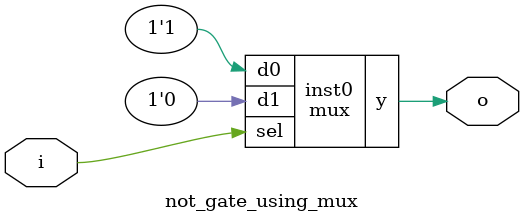
<source format=sv>

module mux
(
  input  d0, d1,
  input  sel,
  output y
);

  assign y = sel ? d1 : d0;

endmodule

//----------------------------------------------------------------------------
// Task
//----------------------------------------------------------------------------

module not_gate_using_mux
(
    input  i,
    output o
);

  // Task:
  // Implement not gate using instance(s) of mux,
  // constants 0 and 1, and wire connections

  mux inst0 (
    .d0 (1'b1),  // 1 & ~i
    .d1 (1'b0),  // 0 & i
    .sel (i),
    .y (o)       // (1 & ~i) + (0 & i) = ~i
  );

endmodule

</source>
